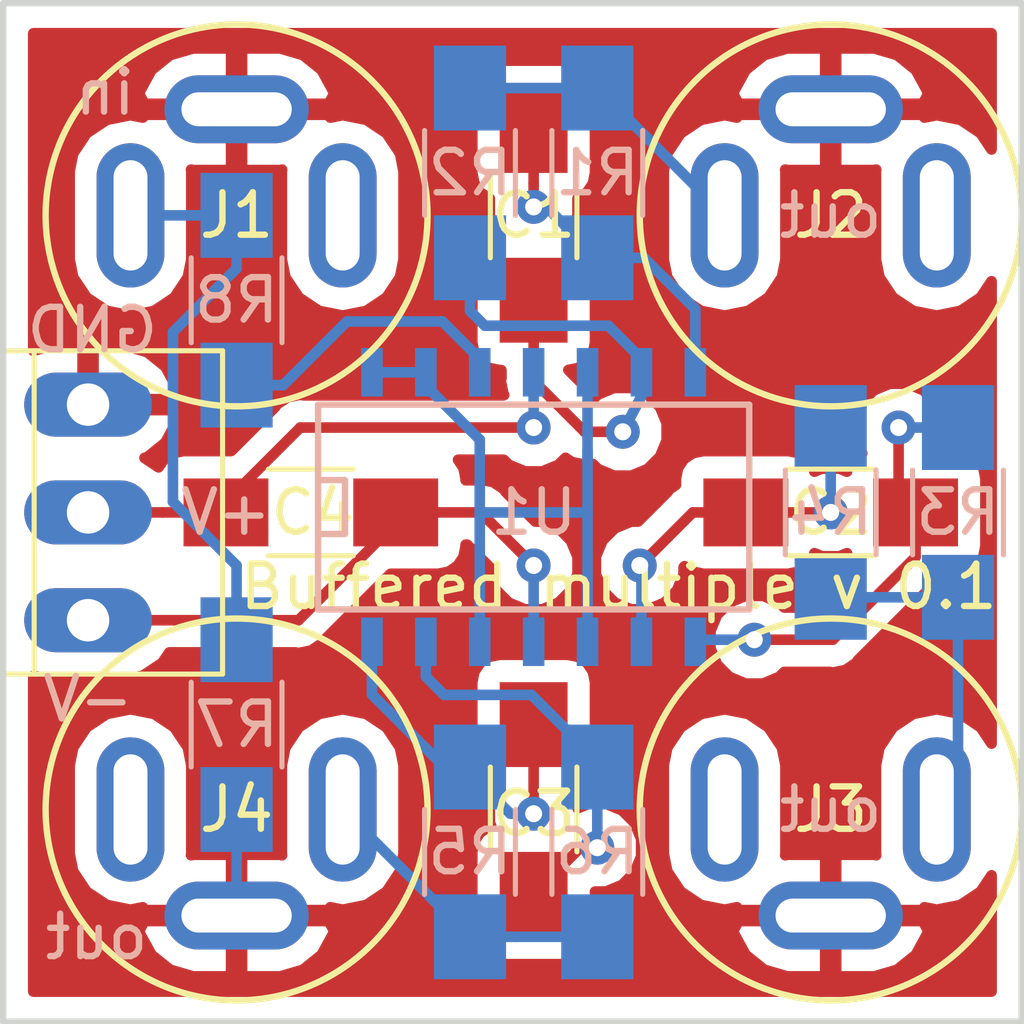
<source format=kicad_pcb>
(kicad_pcb (version 20171130) (host pcbnew 5.0.2-bee76a0~70~ubuntu18.04.1)

  (general
    (thickness 1.6)
    (drawings 12)
    (tracks 102)
    (zones 0)
    (modules 18)
    (nets 20)
  )

  (page A4)
  (layers
    (0 F.Cu signal hide)
    (31 B.Cu signal)
    (32 B.Adhes user)
    (33 F.Adhes user)
    (34 B.Paste user)
    (35 F.Paste user)
    (36 B.SilkS user)
    (37 F.SilkS user)
    (38 B.Mask user)
    (39 F.Mask user)
    (40 Dwgs.User user)
    (41 Cmts.User user)
    (42 Eco1.User user)
    (43 Eco2.User user)
    (44 Edge.Cuts user)
    (45 Margin user)
    (46 B.CrtYd user)
    (47 F.CrtYd user)
    (48 B.Fab user hide)
    (49 F.Fab user hide)
  )

  (setup
    (last_trace_width 0.25)
    (trace_clearance 0.2)
    (zone_clearance 0.508)
    (zone_45_only no)
    (trace_min 0.2)
    (segment_width 0.2)
    (edge_width 0.15)
    (via_size 0.8)
    (via_drill 0.4)
    (via_min_size 0.4)
    (via_min_drill 0.3)
    (uvia_size 0.3)
    (uvia_drill 0.1)
    (uvias_allowed no)
    (uvia_min_size 0.2)
    (uvia_min_drill 0.1)
    (pcb_text_width 0.3)
    (pcb_text_size 1.5 1.5)
    (mod_edge_width 0.15)
    (mod_text_size 1 1)
    (mod_text_width 0.15)
    (pad_size 1.524 1.524)
    (pad_drill 0.762)
    (pad_to_mask_clearance 0.051)
    (solder_mask_min_width 0.25)
    (aux_axis_origin 0 0)
    (grid_origin 202.5 112.5)
    (visible_elements FFFFFF7F)
    (pcbplotparams
      (layerselection 0x010fc_ffffffff)
      (usegerberextensions false)
      (usegerberattributes false)
      (usegerberadvancedattributes false)
      (creategerberjobfile false)
      (excludeedgelayer true)
      (linewidth 0.100000)
      (plotframeref false)
      (viasonmask false)
      (mode 1)
      (useauxorigin false)
      (hpglpennumber 1)
      (hpglpenspeed 20)
      (hpglpendiameter 15.000000)
      (psnegative false)
      (psa4output false)
      (plotreference true)
      (plotvalue true)
      (plotinvisibletext false)
      (padsonsilk false)
      (subtractmaskfromsilk false)
      (outputformat 1)
      (mirror false)
      (drillshape 1)
      (scaleselection 1)
      (outputdirectory ""))
  )

  (net 0 "")
  (net 1 "Net-(C1-Pad1)")
  (net 2 "Net-(C1-Pad2)")
  (net 3 "Net-(C2-Pad2)")
  (net 4 "Net-(C2-Pad1)")
  (net 5 "Net-(C3-Pad2)")
  (net 6 "Net-(C3-Pad1)")
  (net 7 GND)
  (net 8 +12V)
  (net 9 -12V)
  (net 10 output_1)
  (net 11 output_2)
  (net 12 output_3)
  (net 13 "Net-(U1-Pad1)")
  (net 14 "Net-(J1-PadR)")
  (net 15 "Net-(J2-PadR)")
  (net 16 "Net-(J3-PadR)")
  (net 17 "Net-(J4-PadR)")
  (net 18 "Net-(J1-PadT)")
  (net 19 "Net-(R8-Pad1)")

  (net_class Default "This is the default net class."
    (clearance 0.2)
    (trace_width 0.25)
    (via_dia 0.8)
    (via_drill 0.4)
    (uvia_dia 0.3)
    (uvia_drill 0.1)
    (add_net +12V)
    (add_net -12V)
    (add_net GND)
    (add_net "Net-(C1-Pad1)")
    (add_net "Net-(C1-Pad2)")
    (add_net "Net-(C2-Pad1)")
    (add_net "Net-(C2-Pad2)")
    (add_net "Net-(C3-Pad1)")
    (add_net "Net-(C3-Pad2)")
    (add_net "Net-(J1-PadR)")
    (add_net "Net-(J1-PadT)")
    (add_net "Net-(J2-PadR)")
    (add_net "Net-(J3-PadR)")
    (add_net "Net-(J4-PadR)")
    (add_net "Net-(R8-Pad1)")
    (add_net "Net-(U1-Pad1)")
    (add_net output_1)
    (add_net output_2)
    (add_net output_3)
  )

  (module Connect:PINHEAD1-3 (layer F.Cu) (tedit 5C5B16E8) (tstamp 5C40BF3B)
    (at 192 115.04 90)
    (path /5C084369)
    (fp_text reference J5 (at 2.59 -3.8 90) (layer F.SilkS) hide
      (effects (font (size 1 1) (thickness 0.15)))
    )
    (fp_text value power_supply (at 2.54 3.81 90) (layer F.Fab)
      (effects (font (size 1 1) (thickness 0.15)))
    )
    (fp_line (start -1.27 -3.17) (end -1.27 3.17) (layer F.SilkS) (width 0.12))
    (fp_line (start 6.35 -3.17) (end 6.35 3.17) (layer F.SilkS) (width 0.12))
    (fp_line (start 6.35 -1.27) (end -1.27 -1.27) (layer F.SilkS) (width 0.12))
    (fp_line (start -1.27 -3.17) (end 6.35 -3.17) (layer F.SilkS) (width 0.12))
    (fp_line (start 6.35 3.17) (end -1.27 3.17) (layer F.SilkS) (width 0.12))
    (fp_line (start -1.52 -3.42) (end 6.6 -3.42) (layer F.CrtYd) (width 0.05))
    (fp_line (start -1.52 -3.42) (end -1.52 3.42) (layer F.CrtYd) (width 0.05))
    (fp_line (start 6.6 3.42) (end 6.6 -3.42) (layer F.CrtYd) (width 0.05))
    (fp_line (start 6.6 3.42) (end -1.52 3.42) (layer F.CrtYd) (width 0.05))
    (pad 1 thru_hole oval (at 0 0 90) (size 1.51 3.01) (drill 1) (layers *.Cu *.Mask)
      (net 9 -12V))
    (pad 2 thru_hole oval (at 2.54 0 90) (size 1.51 3.01) (drill 1) (layers *.Cu *.Mask)
      (net 8 +12V))
    (pad 3 thru_hole oval (at 5.08 0 90) (size 1.51 3.01) (drill 1) (layers *.Cu *.Mask)
      (net 7 GND))
  )

  (module SMD_Packages:SOIC-14_N (layer B.Cu) (tedit 0) (tstamp 5C40BFBA)
    (at 202.5 112.5)
    (descr "Module CMS SOJ 14 pins Large")
    (tags "CMS SOJ")
    (path /5C3F9C9F)
    (attr smd)
    (fp_text reference U1 (at 0 0) (layer B.SilkS)
      (effects (font (size 1 1) (thickness 0.15)) (justify mirror))
    )
    (fp_text value TL074 (at 0 -1.27) (layer B.Fab)
      (effects (font (size 1 1) (thickness 0.15)) (justify mirror))
    )
    (fp_line (start 5.08 2.286) (end 5.08 -2.54) (layer B.SilkS) (width 0.15))
    (fp_line (start 5.08 -2.54) (end -5.08 -2.54) (layer B.SilkS) (width 0.15))
    (fp_line (start -5.08 -2.54) (end -5.08 2.286) (layer B.SilkS) (width 0.15))
    (fp_line (start -5.08 2.286) (end 5.08 2.286) (layer B.SilkS) (width 0.15))
    (fp_line (start -5.08 0.508) (end -4.445 0.508) (layer B.SilkS) (width 0.15))
    (fp_line (start -4.445 0.508) (end -4.445 -0.762) (layer B.SilkS) (width 0.15))
    (fp_line (start -4.445 -0.762) (end -5.08 -0.762) (layer B.SilkS) (width 0.15))
    (pad 1 smd rect (at -3.81 -3.302) (size 0.508 1.143) (layers B.Cu B.Paste B.Mask)
      (net 13 "Net-(U1-Pad1)"))
    (pad 2 smd rect (at -2.54 -3.302) (size 0.508 1.143) (layers B.Cu B.Paste B.Mask)
      (net 13 "Net-(U1-Pad1)"))
    (pad 3 smd rect (at -1.27 -3.302) (size 0.508 1.143) (layers B.Cu B.Paste B.Mask)
      (net 19 "Net-(R8-Pad1)"))
    (pad 4 smd rect (at 0 -3.302) (size 0.508 1.143) (layers B.Cu B.Paste B.Mask)
      (net 8 +12V))
    (pad 5 smd rect (at 1.27 -3.302) (size 0.508 1.143) (layers B.Cu B.Paste B.Mask)
      (net 13 "Net-(U1-Pad1)"))
    (pad 6 smd rect (at 2.54 -3.302) (size 0.508 1.143) (layers B.Cu B.Paste B.Mask)
      (net 2 "Net-(C1-Pad2)"))
    (pad 7 smd rect (at 3.81 -3.302) (size 0.508 1.143) (layers B.Cu B.Paste B.Mask)
      (net 1 "Net-(C1-Pad1)"))
    (pad 8 smd rect (at 3.81 3.048) (size 0.508 1.143) (layers B.Cu B.Paste B.Mask)
      (net 4 "Net-(C2-Pad1)"))
    (pad 9 smd rect (at 2.54 3.048) (size 0.508 1.143) (layers B.Cu B.Paste B.Mask)
      (net 3 "Net-(C2-Pad2)"))
    (pad 11 smd rect (at 0 3.048) (size 0.508 1.143) (layers B.Cu B.Paste B.Mask)
      (net 9 -12V))
    (pad 12 smd rect (at -1.27 3.048) (size 0.508 1.143) (layers B.Cu B.Paste B.Mask)
      (net 13 "Net-(U1-Pad1)"))
    (pad 13 smd rect (at -2.54 3.048) (size 0.508 1.143) (layers B.Cu B.Paste B.Mask)
      (net 5 "Net-(C3-Pad2)"))
    (pad 14 smd rect (at -3.81 3.048) (size 0.508 1.143) (layers B.Cu B.Paste B.Mask)
      (net 6 "Net-(C3-Pad1)"))
    (pad 10 smd rect (at 1.27 3.048) (size 0.508 1.143) (layers B.Cu B.Paste B.Mask)
      (net 13 "Net-(U1-Pad1)"))
    (model SMD_Packages.3dshapes/SOIC-14_N.wrl
      (at (xyz 0 0 0))
      (scale (xyz 0.5 0.4 0.5))
      (rotate (xyz 0 0 0))
    )
  )

  (module Capacitors_SMD:C_1206_HandSoldering (layer F.Cu) (tedit 58AA84D1) (tstamp 5C40DDCE)
    (at 202.5 105.5 270)
    (descr "Capacitor SMD 1206, hand soldering")
    (tags "capacitor 1206")
    (path /5BF41561)
    (attr smd)
    (fp_text reference C1 (at 0 0) (layer F.SilkS)
      (effects (font (size 1 1) (thickness 0.15)))
    )
    (fp_text value 100pF (at 0 2 270) (layer F.Fab)
      (effects (font (size 1 1) (thickness 0.15)))
    )
    (fp_text user %R (at 0 -1.75 270) (layer F.Fab)
      (effects (font (size 1 1) (thickness 0.15)))
    )
    (fp_line (start -1.6 0.8) (end -1.6 -0.8) (layer F.Fab) (width 0.1))
    (fp_line (start 1.6 0.8) (end -1.6 0.8) (layer F.Fab) (width 0.1))
    (fp_line (start 1.6 -0.8) (end 1.6 0.8) (layer F.Fab) (width 0.1))
    (fp_line (start -1.6 -0.8) (end 1.6 -0.8) (layer F.Fab) (width 0.1))
    (fp_line (start 1 -1.02) (end -1 -1.02) (layer F.SilkS) (width 0.12))
    (fp_line (start -1 1.02) (end 1 1.02) (layer F.SilkS) (width 0.12))
    (fp_line (start -3.25 -1.05) (end 3.25 -1.05) (layer F.CrtYd) (width 0.05))
    (fp_line (start -3.25 -1.05) (end -3.25 1.05) (layer F.CrtYd) (width 0.05))
    (fp_line (start 3.25 1.05) (end 3.25 -1.05) (layer F.CrtYd) (width 0.05))
    (fp_line (start 3.25 1.05) (end -3.25 1.05) (layer F.CrtYd) (width 0.05))
    (pad 1 smd rect (at -2 0 270) (size 2 1.6) (layers F.Cu F.Paste F.Mask)
      (net 1 "Net-(C1-Pad1)"))
    (pad 2 smd rect (at 2 0 270) (size 2 1.6) (layers F.Cu F.Paste F.Mask)
      (net 2 "Net-(C1-Pad2)"))
    (model Capacitors_SMD.3dshapes/C_1206.wrl
      (at (xyz 0 0 0))
      (scale (xyz 1 1 1))
      (rotate (xyz 0 0 0))
    )
  )

  (module Capacitors_SMD:C_1206_HandSoldering (layer F.Cu) (tedit 58AA84D1) (tstamp 5C40DDDE)
    (at 209.5 112.5 180)
    (descr "Capacitor SMD 1206, hand soldering")
    (tags "capacitor 1206")
    (path /5BF3FCB0)
    (attr smd)
    (fp_text reference C2 (at 0 0 180) (layer F.SilkS)
      (effects (font (size 1 1) (thickness 0.15)))
    )
    (fp_text value 100pF (at 0 2 180) (layer F.Fab)
      (effects (font (size 1 1) (thickness 0.15)))
    )
    (fp_text user %R (at 0 -1.75 180) (layer F.Fab)
      (effects (font (size 1 1) (thickness 0.15)))
    )
    (fp_line (start -1.6 0.8) (end -1.6 -0.8) (layer F.Fab) (width 0.1))
    (fp_line (start 1.6 0.8) (end -1.6 0.8) (layer F.Fab) (width 0.1))
    (fp_line (start 1.6 -0.8) (end 1.6 0.8) (layer F.Fab) (width 0.1))
    (fp_line (start -1.6 -0.8) (end 1.6 -0.8) (layer F.Fab) (width 0.1))
    (fp_line (start 1 -1.02) (end -1 -1.02) (layer F.SilkS) (width 0.12))
    (fp_line (start -1 1.02) (end 1 1.02) (layer F.SilkS) (width 0.12))
    (fp_line (start -3.25 -1.05) (end 3.25 -1.05) (layer F.CrtYd) (width 0.05))
    (fp_line (start -3.25 -1.05) (end -3.25 1.05) (layer F.CrtYd) (width 0.05))
    (fp_line (start 3.25 1.05) (end 3.25 -1.05) (layer F.CrtYd) (width 0.05))
    (fp_line (start 3.25 1.05) (end -3.25 1.05) (layer F.CrtYd) (width 0.05))
    (pad 1 smd rect (at -2 0 180) (size 2 1.6) (layers F.Cu F.Paste F.Mask)
      (net 4 "Net-(C2-Pad1)"))
    (pad 2 smd rect (at 2 0 180) (size 2 1.6) (layers F.Cu F.Paste F.Mask)
      (net 3 "Net-(C2-Pad2)"))
    (model Capacitors_SMD.3dshapes/C_1206.wrl
      (at (xyz 0 0 0))
      (scale (xyz 1 1 1))
      (rotate (xyz 0 0 0))
    )
  )

  (module Capacitors_SMD:C_1206_HandSoldering (layer F.Cu) (tedit 58AA84D1) (tstamp 5C5C02A6)
    (at 202.5 119.5 270)
    (descr "Capacitor SMD 1206, hand soldering")
    (tags "capacitor 1206")
    (path /5BF43D21)
    (attr smd)
    (fp_text reference C3 (at 0.1 0) (layer F.SilkS)
      (effects (font (size 1 1) (thickness 0.15)))
    )
    (fp_text value 100pF (at 0 2 270) (layer F.Fab)
      (effects (font (size 1 1) (thickness 0.15)))
    )
    (fp_text user %R (at 0 -1.75 270) (layer F.Fab)
      (effects (font (size 1 1) (thickness 0.15)))
    )
    (fp_line (start -1.6 0.8) (end -1.6 -0.8) (layer F.Fab) (width 0.1))
    (fp_line (start 1.6 0.8) (end -1.6 0.8) (layer F.Fab) (width 0.1))
    (fp_line (start 1.6 -0.8) (end 1.6 0.8) (layer F.Fab) (width 0.1))
    (fp_line (start -1.6 -0.8) (end 1.6 -0.8) (layer F.Fab) (width 0.1))
    (fp_line (start 1 -1.02) (end -1 -1.02) (layer F.SilkS) (width 0.12))
    (fp_line (start -1 1.02) (end 1 1.02) (layer F.SilkS) (width 0.12))
    (fp_line (start -3.25 -1.05) (end 3.25 -1.05) (layer F.CrtYd) (width 0.05))
    (fp_line (start -3.25 -1.05) (end -3.25 1.05) (layer F.CrtYd) (width 0.05))
    (fp_line (start 3.25 1.05) (end 3.25 -1.05) (layer F.CrtYd) (width 0.05))
    (fp_line (start 3.25 1.05) (end -3.25 1.05) (layer F.CrtYd) (width 0.05))
    (pad 1 smd rect (at -2 0 270) (size 2 1.6) (layers F.Cu F.Paste F.Mask)
      (net 6 "Net-(C3-Pad1)"))
    (pad 2 smd rect (at 2 0 270) (size 2 1.6) (layers F.Cu F.Paste F.Mask)
      (net 5 "Net-(C3-Pad2)"))
    (model Capacitors_SMD.3dshapes/C_1206.wrl
      (at (xyz 0 0 0))
      (scale (xyz 1 1 1))
      (rotate (xyz 0 0 0))
    )
  )

  (module Resistors_SMD:R_1206_HandSoldering (layer B.Cu) (tedit 58E0A804) (tstamp 5C40DDFE)
    (at 204 104.5 90)
    (descr "Resistor SMD 1206, hand soldering")
    (tags "resistor 1206")
    (path /5BF41556)
    (attr smd)
    (fp_text reference R1 (at 0 0 180) (layer B.SilkS)
      (effects (font (size 1 1) (thickness 0.15)) (justify mirror))
    )
    (fp_text value 220 (at 0 -1.9 90) (layer B.Fab)
      (effects (font (size 1 1) (thickness 0.15)) (justify mirror))
    )
    (fp_text user %R (at 0 0 90) (layer B.Fab)
      (effects (font (size 0.7 0.7) (thickness 0.105)) (justify mirror))
    )
    (fp_line (start -1.6 -0.8) (end -1.6 0.8) (layer B.Fab) (width 0.1))
    (fp_line (start 1.6 -0.8) (end -1.6 -0.8) (layer B.Fab) (width 0.1))
    (fp_line (start 1.6 0.8) (end 1.6 -0.8) (layer B.Fab) (width 0.1))
    (fp_line (start -1.6 0.8) (end 1.6 0.8) (layer B.Fab) (width 0.1))
    (fp_line (start 1 -1.07) (end -1 -1.07) (layer B.SilkS) (width 0.12))
    (fp_line (start -1 1.07) (end 1 1.07) (layer B.SilkS) (width 0.12))
    (fp_line (start -3.25 1.11) (end 3.25 1.11) (layer B.CrtYd) (width 0.05))
    (fp_line (start -3.25 1.11) (end -3.25 -1.1) (layer B.CrtYd) (width 0.05))
    (fp_line (start 3.25 -1.1) (end 3.25 1.11) (layer B.CrtYd) (width 0.05))
    (fp_line (start 3.25 -1.1) (end -3.25 -1.1) (layer B.CrtYd) (width 0.05))
    (pad 1 smd rect (at -2 0 90) (size 2 1.7) (layers B.Cu B.Paste B.Mask)
      (net 1 "Net-(C1-Pad1)"))
    (pad 2 smd rect (at 2 0 90) (size 2 1.7) (layers B.Cu B.Paste B.Mask)
      (net 10 output_1))
    (model ${KISYS3DMOD}/Resistors_SMD.3dshapes/R_1206.wrl
      (at (xyz 0 0 0))
      (scale (xyz 1 1 1))
      (rotate (xyz 0 0 0))
    )
  )

  (module Resistors_SMD:R_1206_HandSoldering (layer B.Cu) (tedit 58E0A804) (tstamp 5C40DE0E)
    (at 201 104.5 270)
    (descr "Resistor SMD 1206, hand soldering")
    (tags "resistor 1206")
    (path /5BF4156D)
    (attr smd)
    (fp_text reference R2 (at 0 0) (layer B.SilkS)
      (effects (font (size 1 1) (thickness 0.15)) (justify mirror))
    )
    (fp_text value 4.7K (at 0 -1.9 270) (layer B.Fab)
      (effects (font (size 1 1) (thickness 0.15)) (justify mirror))
    )
    (fp_text user %R (at 0 0 270) (layer B.Fab)
      (effects (font (size 0.7 0.7) (thickness 0.105)) (justify mirror))
    )
    (fp_line (start -1.6 -0.8) (end -1.6 0.8) (layer B.Fab) (width 0.1))
    (fp_line (start 1.6 -0.8) (end -1.6 -0.8) (layer B.Fab) (width 0.1))
    (fp_line (start 1.6 0.8) (end 1.6 -0.8) (layer B.Fab) (width 0.1))
    (fp_line (start -1.6 0.8) (end 1.6 0.8) (layer B.Fab) (width 0.1))
    (fp_line (start 1 -1.07) (end -1 -1.07) (layer B.SilkS) (width 0.12))
    (fp_line (start -1 1.07) (end 1 1.07) (layer B.SilkS) (width 0.12))
    (fp_line (start -3.25 1.11) (end 3.25 1.11) (layer B.CrtYd) (width 0.05))
    (fp_line (start -3.25 1.11) (end -3.25 -1.1) (layer B.CrtYd) (width 0.05))
    (fp_line (start 3.25 -1.1) (end 3.25 1.11) (layer B.CrtYd) (width 0.05))
    (fp_line (start 3.25 -1.1) (end -3.25 -1.1) (layer B.CrtYd) (width 0.05))
    (pad 1 smd rect (at -2 0 270) (size 2 1.7) (layers B.Cu B.Paste B.Mask)
      (net 10 output_1))
    (pad 2 smd rect (at 2 0 270) (size 2 1.7) (layers B.Cu B.Paste B.Mask)
      (net 2 "Net-(C1-Pad2)"))
    (model ${KISYS3DMOD}/Resistors_SMD.3dshapes/R_1206.wrl
      (at (xyz 0 0 0))
      (scale (xyz 1 1 1))
      (rotate (xyz 0 0 0))
    )
  )

  (module Resistors_SMD:R_1206_HandSoldering (layer B.Cu) (tedit 58E0A804) (tstamp 5C40DE1E)
    (at 212.5 112.5 270)
    (descr "Resistor SMD 1206, hand soldering")
    (tags "resistor 1206")
    (path /5BF3FAE3)
    (attr smd)
    (fp_text reference R3 (at 0 0) (layer B.SilkS)
      (effects (font (size 1 1) (thickness 0.15)) (justify mirror))
    )
    (fp_text value 220 (at 0 -1.9 270) (layer B.Fab)
      (effects (font (size 1 1) (thickness 0.15)) (justify mirror))
    )
    (fp_text user %R (at 0 0 270) (layer B.Fab)
      (effects (font (size 0.7 0.7) (thickness 0.105)) (justify mirror))
    )
    (fp_line (start -1.6 -0.8) (end -1.6 0.8) (layer B.Fab) (width 0.1))
    (fp_line (start 1.6 -0.8) (end -1.6 -0.8) (layer B.Fab) (width 0.1))
    (fp_line (start 1.6 0.8) (end 1.6 -0.8) (layer B.Fab) (width 0.1))
    (fp_line (start -1.6 0.8) (end 1.6 0.8) (layer B.Fab) (width 0.1))
    (fp_line (start 1 -1.07) (end -1 -1.07) (layer B.SilkS) (width 0.12))
    (fp_line (start -1 1.07) (end 1 1.07) (layer B.SilkS) (width 0.12))
    (fp_line (start -3.25 1.11) (end 3.25 1.11) (layer B.CrtYd) (width 0.05))
    (fp_line (start -3.25 1.11) (end -3.25 -1.1) (layer B.CrtYd) (width 0.05))
    (fp_line (start 3.25 -1.1) (end 3.25 1.11) (layer B.CrtYd) (width 0.05))
    (fp_line (start 3.25 -1.1) (end -3.25 -1.1) (layer B.CrtYd) (width 0.05))
    (pad 1 smd rect (at -2 0 270) (size 2 1.7) (layers B.Cu B.Paste B.Mask)
      (net 4 "Net-(C2-Pad1)"))
    (pad 2 smd rect (at 2 0 270) (size 2 1.7) (layers B.Cu B.Paste B.Mask)
      (net 11 output_2))
    (model ${KISYS3DMOD}/Resistors_SMD.3dshapes/R_1206.wrl
      (at (xyz 0 0 0))
      (scale (xyz 1 1 1))
      (rotate (xyz 0 0 0))
    )
  )

  (module Resistors_SMD:R_1206_HandSoldering (layer B.Cu) (tedit 58E0A804) (tstamp 5C40DE2E)
    (at 209.5 112.5 90)
    (descr "Resistor SMD 1206, hand soldering")
    (tags "resistor 1206")
    (path /5BF3FF79)
    (attr smd)
    (fp_text reference R4 (at 0 0 180) (layer B.SilkS)
      (effects (font (size 1 1) (thickness 0.15)) (justify mirror))
    )
    (fp_text value 4.7K (at 0 -1.9 90) (layer B.Fab)
      (effects (font (size 1 1) (thickness 0.15)) (justify mirror))
    )
    (fp_text user %R (at 0 0 90) (layer B.Fab)
      (effects (font (size 0.7 0.7) (thickness 0.105)) (justify mirror))
    )
    (fp_line (start -1.6 -0.8) (end -1.6 0.8) (layer B.Fab) (width 0.1))
    (fp_line (start 1.6 -0.8) (end -1.6 -0.8) (layer B.Fab) (width 0.1))
    (fp_line (start 1.6 0.8) (end 1.6 -0.8) (layer B.Fab) (width 0.1))
    (fp_line (start -1.6 0.8) (end 1.6 0.8) (layer B.Fab) (width 0.1))
    (fp_line (start 1 -1.07) (end -1 -1.07) (layer B.SilkS) (width 0.12))
    (fp_line (start -1 1.07) (end 1 1.07) (layer B.SilkS) (width 0.12))
    (fp_line (start -3.25 1.11) (end 3.25 1.11) (layer B.CrtYd) (width 0.05))
    (fp_line (start -3.25 1.11) (end -3.25 -1.1) (layer B.CrtYd) (width 0.05))
    (fp_line (start 3.25 -1.1) (end 3.25 1.11) (layer B.CrtYd) (width 0.05))
    (fp_line (start 3.25 -1.1) (end -3.25 -1.1) (layer B.CrtYd) (width 0.05))
    (pad 1 smd rect (at -2 0 90) (size 2 1.7) (layers B.Cu B.Paste B.Mask)
      (net 11 output_2))
    (pad 2 smd rect (at 2 0 90) (size 2 1.7) (layers B.Cu B.Paste B.Mask)
      (net 3 "Net-(C2-Pad2)"))
    (model ${KISYS3DMOD}/Resistors_SMD.3dshapes/R_1206.wrl
      (at (xyz 0 0 0))
      (scale (xyz 1 1 1))
      (rotate (xyz 0 0 0))
    )
  )

  (module Resistors_SMD:R_1206_HandSoldering (layer B.Cu) (tedit 58E0A804) (tstamp 5C5C099C)
    (at 201 120.5 270)
    (descr "Resistor SMD 1206, hand soldering")
    (tags "resistor 1206")
    (path /5BF43D16)
    (attr smd)
    (fp_text reference R5 (at 0 0 180) (layer B.SilkS)
      (effects (font (size 1 1) (thickness 0.15)) (justify mirror))
    )
    (fp_text value 220 (at 0 -1.9 270) (layer B.Fab)
      (effects (font (size 1 1) (thickness 0.15)) (justify mirror))
    )
    (fp_text user %R (at 0 0 270) (layer B.Fab)
      (effects (font (size 0.7 0.7) (thickness 0.105)) (justify mirror))
    )
    (fp_line (start -1.6 -0.8) (end -1.6 0.8) (layer B.Fab) (width 0.1))
    (fp_line (start 1.6 -0.8) (end -1.6 -0.8) (layer B.Fab) (width 0.1))
    (fp_line (start 1.6 0.8) (end 1.6 -0.8) (layer B.Fab) (width 0.1))
    (fp_line (start -1.6 0.8) (end 1.6 0.8) (layer B.Fab) (width 0.1))
    (fp_line (start 1 -1.07) (end -1 -1.07) (layer B.SilkS) (width 0.12))
    (fp_line (start -1 1.07) (end 1 1.07) (layer B.SilkS) (width 0.12))
    (fp_line (start -3.25 1.11) (end 3.25 1.11) (layer B.CrtYd) (width 0.05))
    (fp_line (start -3.25 1.11) (end -3.25 -1.1) (layer B.CrtYd) (width 0.05))
    (fp_line (start 3.25 -1.1) (end 3.25 1.11) (layer B.CrtYd) (width 0.05))
    (fp_line (start 3.25 -1.1) (end -3.25 -1.1) (layer B.CrtYd) (width 0.05))
    (pad 1 smd rect (at -2 0 270) (size 2 1.7) (layers B.Cu B.Paste B.Mask)
      (net 6 "Net-(C3-Pad1)"))
    (pad 2 smd rect (at 2 0 270) (size 2 1.7) (layers B.Cu B.Paste B.Mask)
      (net 12 output_3))
    (model ${KISYS3DMOD}/Resistors_SMD.3dshapes/R_1206.wrl
      (at (xyz 0 0 0))
      (scale (xyz 1 1 1))
      (rotate (xyz 0 0 0))
    )
  )

  (module Resistors_SMD:R_1206_HandSoldering (layer B.Cu) (tedit 58E0A804) (tstamp 5C40DE4E)
    (at 204 120.5 90)
    (descr "Resistor SMD 1206, hand soldering")
    (tags "resistor 1206")
    (path /5BF43D2D)
    (attr smd)
    (fp_text reference R6 (at 0 0 180) (layer B.SilkS)
      (effects (font (size 1 1) (thickness 0.15)) (justify mirror))
    )
    (fp_text value 4.7K (at 0 -1.9 90) (layer B.Fab)
      (effects (font (size 1 1) (thickness 0.15)) (justify mirror))
    )
    (fp_text user %R (at 0 0 90) (layer B.Fab)
      (effects (font (size 0.7 0.7) (thickness 0.105)) (justify mirror))
    )
    (fp_line (start -1.6 -0.8) (end -1.6 0.8) (layer B.Fab) (width 0.1))
    (fp_line (start 1.6 -0.8) (end -1.6 -0.8) (layer B.Fab) (width 0.1))
    (fp_line (start 1.6 0.8) (end 1.6 -0.8) (layer B.Fab) (width 0.1))
    (fp_line (start -1.6 0.8) (end 1.6 0.8) (layer B.Fab) (width 0.1))
    (fp_line (start 1 -1.07) (end -1 -1.07) (layer B.SilkS) (width 0.12))
    (fp_line (start -1 1.07) (end 1 1.07) (layer B.SilkS) (width 0.12))
    (fp_line (start -3.25 1.11) (end 3.25 1.11) (layer B.CrtYd) (width 0.05))
    (fp_line (start -3.25 1.11) (end -3.25 -1.1) (layer B.CrtYd) (width 0.05))
    (fp_line (start 3.25 -1.1) (end 3.25 1.11) (layer B.CrtYd) (width 0.05))
    (fp_line (start 3.25 -1.1) (end -3.25 -1.1) (layer B.CrtYd) (width 0.05))
    (pad 1 smd rect (at -2 0 90) (size 2 1.7) (layers B.Cu B.Paste B.Mask)
      (net 12 output_3))
    (pad 2 smd rect (at 2 0 90) (size 2 1.7) (layers B.Cu B.Paste B.Mask)
      (net 5 "Net-(C3-Pad2)"))
    (model ${KISYS3DMOD}/Resistors_SMD.3dshapes/R_1206.wrl
      (at (xyz 0 0 0))
      (scale (xyz 1 1 1))
      (rotate (xyz 0 0 0))
    )
  )

  (module eurorack:PJ392-3.5mm-jack-vertical-SRT (layer F.Cu) (tedit 5C4104DB) (tstamp 5C4125D8)
    (at 195.5 105.5)
    (path /5C439286)
    (fp_text reference J1 (at 0 0) (layer F.SilkS)
      (effects (font (size 1 1) (thickness 0.15)))
    )
    (fp_text value InputJack1 (at 0 6) (layer F.Fab)
      (effects (font (size 1 1) (thickness 0.15)))
    )
    (fp_circle (center 0 0) (end 4 0) (layer F.Fab) (width 0.15))
    (fp_circle (center 0 0) (end 4.5 0) (layer F.SilkS) (width 0.15))
    (fp_circle (center 0 0) (end 4.5 0) (layer F.CrtYd) (width 0.15))
    (pad T thru_hole oval (at -2.5 0 270) (size 3.4 1.6) (drill oval 2.6 0.8) (layers *.Cu *.Mask)
      (net 18 "Net-(J1-PadT)"))
    (pad R thru_hole oval (at 2.5 0 90) (size 3.4 1.6) (drill oval 2.6 0.8) (layers *.Cu *.Mask)
      (net 14 "Net-(J1-PadR)"))
    (pad S thru_hole oval (at 0 -2.5) (size 3.4 1.6) (drill oval 2.6 0.8) (layers *.Cu *.Mask)
      (net 7 GND))
  )

  (module eurorack:PJ392-3.5mm-jack-vertical-SRT (layer F.Cu) (tedit 5C4104DB) (tstamp 5C4125E1)
    (at 209.5 105.5)
    (path /5C42FF16)
    (fp_text reference J2 (at 0 0) (layer F.SilkS)
      (effects (font (size 1 1) (thickness 0.15)))
    )
    (fp_text value OutputJack1 (at 0 6) (layer F.Fab)
      (effects (font (size 1 1) (thickness 0.15)))
    )
    (fp_circle (center 0 0) (end 4 0) (layer F.Fab) (width 0.15))
    (fp_circle (center 0 0) (end 4.5 0) (layer F.SilkS) (width 0.15))
    (fp_circle (center 0 0) (end 4.5 0) (layer F.CrtYd) (width 0.15))
    (pad T thru_hole oval (at -2.5 0 270) (size 3.4 1.6) (drill oval 2.6 0.8) (layers *.Cu *.Mask)
      (net 10 output_1))
    (pad R thru_hole oval (at 2.5 0 90) (size 3.4 1.6) (drill oval 2.6 0.8) (layers *.Cu *.Mask)
      (net 15 "Net-(J2-PadR)"))
    (pad S thru_hole oval (at 0 -2.5) (size 3.4 1.6) (drill oval 2.6 0.8) (layers *.Cu *.Mask)
      (net 7 GND))
  )

  (module eurorack:PJ392-3.5mm-jack-vertical-SRT (layer F.Cu) (tedit 5C4104DB) (tstamp 5C4125EA)
    (at 209.5 119.5 180)
    (path /5C439125)
    (fp_text reference J3 (at 0 0 180) (layer F.SilkS)
      (effects (font (size 1 1) (thickness 0.15)))
    )
    (fp_text value OutputJack2 (at 0 6 180) (layer F.Fab)
      (effects (font (size 1 1) (thickness 0.15)))
    )
    (fp_circle (center 0 0) (end 4 0) (layer F.Fab) (width 0.15))
    (fp_circle (center 0 0) (end 4.5 0) (layer F.SilkS) (width 0.15))
    (fp_circle (center 0 0) (end 4.5 0) (layer F.CrtYd) (width 0.15))
    (pad T thru_hole oval (at -2.5 0 90) (size 3.4 1.6) (drill oval 2.6 0.8) (layers *.Cu *.Mask)
      (net 11 output_2))
    (pad R thru_hole oval (at 2.5 0 270) (size 3.4 1.6) (drill oval 2.6 0.8) (layers *.Cu *.Mask)
      (net 16 "Net-(J3-PadR)"))
    (pad S thru_hole oval (at 0 -2.5 180) (size 3.4 1.6) (drill oval 2.6 0.8) (layers *.Cu *.Mask)
      (net 7 GND))
  )

  (module eurorack:PJ392-3.5mm-jack-vertical-SRT (layer F.Cu) (tedit 5C4104DB) (tstamp 5C4125F3)
    (at 195.5 119.5 180)
    (path /5C4391B3)
    (fp_text reference J4 (at 0 0 180) (layer F.SilkS)
      (effects (font (size 1 1) (thickness 0.15)))
    )
    (fp_text value OutputJack3 (at 0 6 180) (layer F.Fab)
      (effects (font (size 1 1) (thickness 0.15)))
    )
    (fp_circle (center 0 0) (end 4 0) (layer F.Fab) (width 0.15))
    (fp_circle (center 0 0) (end 4.5 0) (layer F.SilkS) (width 0.15))
    (fp_circle (center 0 0) (end 4.5 0) (layer F.CrtYd) (width 0.15))
    (pad T thru_hole oval (at -2.5 0 90) (size 3.4 1.6) (drill oval 2.6 0.8) (layers *.Cu *.Mask)
      (net 12 output_3))
    (pad R thru_hole oval (at 2.5 0 270) (size 3.4 1.6) (drill oval 2.6 0.8) (layers *.Cu *.Mask)
      (net 17 "Net-(J4-PadR)"))
    (pad S thru_hole oval (at 0 -2.5 180) (size 3.4 1.6) (drill oval 2.6 0.8) (layers *.Cu *.Mask)
      (net 7 GND))
  )

  (module Capacitors_SMD:C_1206_HandSoldering (layer F.Cu) (tedit 58AA84D1) (tstamp 5C5C1195)
    (at 197.25 112.5)
    (descr "Capacitor SMD 1206, hand soldering")
    (tags "capacitor 1206")
    (path /5C4712A4)
    (attr smd)
    (fp_text reference C4 (at 0.05 0) (layer F.SilkS)
      (effects (font (size 1 1) (thickness 0.15)))
    )
    (fp_text value 100nF (at 0 2) (layer F.Fab)
      (effects (font (size 1 1) (thickness 0.15)))
    )
    (fp_text user %R (at 0 -1.75) (layer F.Fab)
      (effects (font (size 1 1) (thickness 0.15)))
    )
    (fp_line (start -1.6 0.8) (end -1.6 -0.8) (layer F.Fab) (width 0.1))
    (fp_line (start 1.6 0.8) (end -1.6 0.8) (layer F.Fab) (width 0.1))
    (fp_line (start 1.6 -0.8) (end 1.6 0.8) (layer F.Fab) (width 0.1))
    (fp_line (start -1.6 -0.8) (end 1.6 -0.8) (layer F.Fab) (width 0.1))
    (fp_line (start 1 -1.02) (end -1 -1.02) (layer F.SilkS) (width 0.12))
    (fp_line (start -1 1.02) (end 1 1.02) (layer F.SilkS) (width 0.12))
    (fp_line (start -3.25 -1.05) (end 3.25 -1.05) (layer F.CrtYd) (width 0.05))
    (fp_line (start -3.25 -1.05) (end -3.25 1.05) (layer F.CrtYd) (width 0.05))
    (fp_line (start 3.25 1.05) (end 3.25 -1.05) (layer F.CrtYd) (width 0.05))
    (fp_line (start 3.25 1.05) (end -3.25 1.05) (layer F.CrtYd) (width 0.05))
    (pad 1 smd rect (at -2 0) (size 2 1.6) (layers F.Cu F.Paste F.Mask)
      (net 8 +12V))
    (pad 2 smd rect (at 2 0) (size 2 1.6) (layers F.Cu F.Paste F.Mask)
      (net 9 -12V))
    (model Capacitors_SMD.3dshapes/C_1206.wrl
      (at (xyz 0 0 0))
      (scale (xyz 1 1 1))
      (rotate (xyz 0 0 0))
    )
  )

  (module Resistors_SMD:R_1206_HandSoldering (layer B.Cu) (tedit 58E0A804) (tstamp 5C5C38EE)
    (at 195.5 117.5 90)
    (descr "Resistor SMD 1206, hand soldering")
    (tags "resistor 1206")
    (path /5C5CDAA0)
    (attr smd)
    (fp_text reference R7 (at 0 0 180) (layer B.SilkS)
      (effects (font (size 1 1) (thickness 0.15)) (justify mirror))
    )
    (fp_text value 100K (at 0 -1.9 90) (layer B.Fab)
      (effects (font (size 1 1) (thickness 0.15)) (justify mirror))
    )
    (fp_line (start 3.25 -1.1) (end -3.25 -1.1) (layer B.CrtYd) (width 0.05))
    (fp_line (start 3.25 -1.1) (end 3.25 1.11) (layer B.CrtYd) (width 0.05))
    (fp_line (start -3.25 1.11) (end -3.25 -1.1) (layer B.CrtYd) (width 0.05))
    (fp_line (start -3.25 1.11) (end 3.25 1.11) (layer B.CrtYd) (width 0.05))
    (fp_line (start -1 1.07) (end 1 1.07) (layer B.SilkS) (width 0.12))
    (fp_line (start 1 -1.07) (end -1 -1.07) (layer B.SilkS) (width 0.12))
    (fp_line (start -1.6 0.8) (end 1.6 0.8) (layer B.Fab) (width 0.1))
    (fp_line (start 1.6 0.8) (end 1.6 -0.8) (layer B.Fab) (width 0.1))
    (fp_line (start 1.6 -0.8) (end -1.6 -0.8) (layer B.Fab) (width 0.1))
    (fp_line (start -1.6 -0.8) (end -1.6 0.8) (layer B.Fab) (width 0.1))
    (fp_text user %R (at 0 0 90) (layer B.Fab)
      (effects (font (size 0.7 0.7) (thickness 0.105)) (justify mirror))
    )
    (pad 2 smd rect (at 2 0 90) (size 2 1.7) (layers B.Cu B.Paste B.Mask)
      (net 18 "Net-(J1-PadT)"))
    (pad 1 smd rect (at -2 0 90) (size 2 1.7) (layers B.Cu B.Paste B.Mask)
      (net 7 GND))
    (model ${KISYS3DMOD}/Resistors_SMD.3dshapes/R_1206.wrl
      (at (xyz 0 0 0))
      (scale (xyz 1 1 1))
      (rotate (xyz 0 0 0))
    )
  )

  (module Resistors_SMD:R_1206_HandSoldering (layer B.Cu) (tedit 58E0A804) (tstamp 5C5CAC89)
    (at 195.5 107.5 90)
    (descr "Resistor SMD 1206, hand soldering")
    (tags "resistor 1206")
    (path /5C5DAB30)
    (attr smd)
    (fp_text reference R8 (at 0 0 180) (layer B.SilkS)
      (effects (font (size 1 1) (thickness 0.15)) (justify mirror))
    )
    (fp_text value 1K (at 0 -1.9 90) (layer B.Fab)
      (effects (font (size 1 1) (thickness 0.15)) (justify mirror))
    )
    (fp_line (start 3.25 -1.1) (end -3.25 -1.1) (layer B.CrtYd) (width 0.05))
    (fp_line (start 3.25 -1.1) (end 3.25 1.11) (layer B.CrtYd) (width 0.05))
    (fp_line (start -3.25 1.11) (end -3.25 -1.1) (layer B.CrtYd) (width 0.05))
    (fp_line (start -3.25 1.11) (end 3.25 1.11) (layer B.CrtYd) (width 0.05))
    (fp_line (start -1 1.07) (end 1 1.07) (layer B.SilkS) (width 0.12))
    (fp_line (start 1 -1.07) (end -1 -1.07) (layer B.SilkS) (width 0.12))
    (fp_line (start -1.6 0.8) (end 1.6 0.8) (layer B.Fab) (width 0.1))
    (fp_line (start 1.6 0.8) (end 1.6 -0.8) (layer B.Fab) (width 0.1))
    (fp_line (start 1.6 -0.8) (end -1.6 -0.8) (layer B.Fab) (width 0.1))
    (fp_line (start -1.6 -0.8) (end -1.6 0.8) (layer B.Fab) (width 0.1))
    (fp_text user %R (at 0 0 90) (layer B.Fab)
      (effects (font (size 0.7 0.7) (thickness 0.105)) (justify mirror))
    )
    (pad 2 smd rect (at 2 0 90) (size 2 1.7) (layers B.Cu B.Paste B.Mask)
      (net 18 "Net-(J1-PadT)"))
    (pad 1 smd rect (at -2 0 90) (size 2 1.7) (layers B.Cu B.Paste B.Mask)
      (net 19 "Net-(R8-Pad1)"))
    (model ${KISYS3DMOD}/Resistors_SMD.3dshapes/R_1206.wrl
      (at (xyz 0 0 0))
      (scale (xyz 1 1 1))
      (rotate (xyz 0 0 0))
    )
  )

  (gr_text "Buffered multiple v 0.1" (at 204.5 114.25) (layer F.SilkS)
    (effects (font (size 1 1) (thickness 0.15)))
  )
  (gr_text out (at 192.2 122.5) (layer B.SilkS) (tstamp 5C5C0890)
    (effects (font (size 1 1) (thickness 0.15)) (justify mirror))
  )
  (gr_text out (at 209.5 119.5) (layer B.SilkS) (tstamp 5C5C084E)
    (effects (font (size 1 1) (thickness 0.15)) (justify mirror))
  )
  (gr_text out (at 209.5 105.5) (layer B.SilkS) (tstamp 5C5C084A)
    (effects (font (size 1 1) (thickness 0.15)) (justify mirror))
  )
  (gr_text in (at 192.4 102.6) (layer B.SilkS)
    (effects (font (size 1 1) (thickness 0.15)) (justify mirror))
  )
  (gr_line (start 190 100.5) (end 190 124.5) (layer Edge.Cuts) (width 0.15))
  (gr_line (start 214 124.5) (end 190 124.5) (layer Edge.Cuts) (width 0.15))
  (gr_line (start 214 100.5) (end 214 124.5) (layer Edge.Cuts) (width 0.15))
  (gr_line (start 190 100.5) (end 214 100.5) (layer Edge.Cuts) (width 0.15))
  (gr_text -V (at 192 116.9) (layer B.SilkS)
    (effects (font (size 1 1) (thickness 0.15)) (justify mirror))
  )
  (gr_text +V (at 195.25 112.5) (layer B.SilkS)
    (effects (font (size 1 1) (thickness 0.15)) (justify mirror))
  )
  (gr_text GND (at 192.1 108.2) (layer B.SilkS)
    (effects (font (size 1 1) (thickness 0.15)) (justify mirror))
  )

  (segment (start 206.31 108.3765) (end 206.31 109.198) (width 0.25) (layer B.Cu) (net 1))
  (segment (start 206.31 107.71) (end 206.31 108.3765) (width 0.25) (layer B.Cu) (net 1))
  (segment (start 205.1 106.5) (end 206.31 107.71) (width 0.25) (layer B.Cu) (net 1))
  (segment (start 204 106.5) (end 205.1 106.5) (width 0.25) (layer B.Cu) (net 1))
  (segment (start 202.5 103.5) (end 202.5 104.75) (width 0.25) (layer F.Cu) (net 1))
  (via (at 202.5 105.3) (size 0.8) (drill 0.4) (layers F.Cu B.Cu) (net 1))
  (segment (start 202.5 104.75) (end 202.5 105.3) (width 0.25) (layer F.Cu) (net 1))
  (segment (start 202.8 105.3) (end 204 106.5) (width 0.25) (layer B.Cu) (net 1))
  (segment (start 202.5 105.3) (end 202.8 105.3) (width 0.25) (layer B.Cu) (net 1))
  (segment (start 201 107.75) (end 201.35 108.1) (width 0.25) (layer B.Cu) (net 2))
  (segment (start 201 106.5) (end 201 107.75) (width 0.25) (layer B.Cu) (net 2))
  (segment (start 205.04 108.8805) (end 205.04 109.198) (width 0.25) (layer B.Cu) (net 2))
  (segment (start 204.2595 108.1) (end 205.04 108.8805) (width 0.25) (layer B.Cu) (net 2))
  (segment (start 201.35 108.1) (end 204.2595 108.1) (width 0.25) (layer B.Cu) (net 2))
  (segment (start 202.5 109.4) (end 202.5 107.5) (width 0.25) (layer F.Cu) (net 2))
  (segment (start 204.6 110.6) (end 203.7 110.6) (width 0.25) (layer F.Cu) (net 2))
  (via (at 204.6 110.6) (size 0.8) (drill 0.4) (layers F.Cu B.Cu) (net 2))
  (segment (start 203.7 110.6) (end 202.5 109.4) (width 0.25) (layer F.Cu) (net 2))
  (segment (start 205.04 109.76) (end 205.04 109.198) (width 0.25) (layer B.Cu) (net 2))
  (segment (start 204.6 110.6) (end 205.04 109.76) (width 0.25) (layer B.Cu) (net 2))
  (segment (start 209.5 110.5) (end 209.5 112.5) (width 0.25) (layer B.Cu) (net 3))
  (via (at 209.5 112.5) (size 0.8) (drill 0.4) (layers F.Cu B.Cu) (net 3))
  (segment (start 207.5 112.5) (end 209.5 112.5) (width 0.25) (layer F.Cu) (net 3))
  (segment (start 206.25 112.5) (end 205 113.75) (width 0.25) (layer F.Cu) (net 3))
  (segment (start 207.5 112.5) (end 206.25 112.5) (width 0.25) (layer F.Cu) (net 3))
  (via (at 205 113.75) (size 0.8) (drill 0.4) (layers F.Cu B.Cu) (net 3))
  (segment (start 205.04 113.79) (end 205 113.75) (width 0.25) (layer B.Cu) (net 3))
  (segment (start 205.04 115.548) (end 205.04 113.79) (width 0.25) (layer B.Cu) (net 3))
  (segment (start 212.5 110.5) (end 211.4 110.5) (width 0.25) (layer B.Cu) (net 4))
  (via (at 211.1 110.5) (size 0.8) (drill 0.4) (layers F.Cu B.Cu) (net 4))
  (segment (start 211.4 110.5) (end 211.1 110.5) (width 0.25) (layer B.Cu) (net 4))
  (segment (start 211.1 112.1) (end 211.5 112.5) (width 0.25) (layer F.Cu) (net 4))
  (segment (start 211.1 110.5) (end 211.1 112.1) (width 0.25) (layer F.Cu) (net 4))
  (segment (start 211.5 113.55) (end 209.55 115.5) (width 0.25) (layer F.Cu) (net 4))
  (segment (start 211.5 112.5) (end 211.5 113.55) (width 0.25) (layer F.Cu) (net 4))
  (via (at 207.7 115.5) (size 0.8) (drill 0.4) (layers F.Cu B.Cu) (net 4))
  (segment (start 209.55 115.5) (end 207.7 115.5) (width 0.25) (layer F.Cu) (net 4))
  (segment (start 206.358 115.5) (end 206.31 115.548) (width 0.25) (layer B.Cu) (net 4))
  (segment (start 207.7 115.5) (end 206.358 115.5) (width 0.25) (layer B.Cu) (net 4))
  (segment (start 199.96 116.3695) (end 200.3905 116.8) (width 0.25) (layer B.Cu) (net 5))
  (segment (start 199.96 115.548) (end 199.96 116.3695) (width 0.25) (layer B.Cu) (net 5))
  (segment (start 204 118.35) (end 204 118.5) (width 0.25) (layer B.Cu) (net 5))
  (segment (start 202.45 116.8) (end 204 118.35) (width 0.25) (layer B.Cu) (net 5))
  (segment (start 200.3905 116.8) (end 202.45 116.8) (width 0.25) (layer B.Cu) (net 5))
  (via (at 204 120.4) (size 0.8) (drill 0.4) (layers F.Cu B.Cu) (net 5))
  (segment (start 204 118.5) (end 204 120.4) (width 0.25) (layer B.Cu) (net 5))
  (segment (start 203.6 120.4) (end 202.5 121.5) (width 0.25) (layer F.Cu) (net 5))
  (segment (start 204 120.4) (end 203.6 120.4) (width 0.25) (layer F.Cu) (net 5))
  (segment (start 200.4 118.5) (end 201 118.5) (width 0.25) (layer B.Cu) (net 6))
  (segment (start 198.69 115.548) (end 198.69 116.79) (width 0.25) (layer B.Cu) (net 6))
  (segment (start 198.69 116.79) (end 200.4 118.5) (width 0.25) (layer B.Cu) (net 6))
  (segment (start 201 118.65) (end 201.95 119.6) (width 0.25) (layer B.Cu) (net 6))
  (segment (start 201 118.5) (end 201 118.65) (width 0.25) (layer B.Cu) (net 6))
  (via (at 202.5 119.6) (size 0.8) (drill 0.4) (layers F.Cu B.Cu) (net 6))
  (segment (start 201.95 119.6) (end 202.5 119.6) (width 0.25) (layer B.Cu) (net 6))
  (segment (start 202.5 119.6) (end 202.5 117.5) (width 0.25) (layer F.Cu) (net 6))
  (segment (start 195.5 119) (end 195.5 122) (width 0.25) (layer B.Cu) (net 7))
  (segment (start 195.25 112.25) (end 197 110.5) (width 0.25) (layer F.Cu) (net 8))
  (segment (start 195.25 112.5) (end 195.25 112.25) (width 0.25) (layer F.Cu) (net 8))
  (via (at 202.5 110.5) (size 0.8) (drill 0.4) (layers F.Cu B.Cu) (net 8))
  (segment (start 197 110.5) (end 202.5 110.5) (width 0.25) (layer F.Cu) (net 8))
  (segment (start 202.5 110.5) (end 202.5 109.198) (width 0.25) (layer B.Cu) (net 8))
  (segment (start 193.755 112.5) (end 195.25 112.5) (width 0.25) (layer F.Cu) (net 8))
  (segment (start 192 112.5) (end 193.755 112.5) (width 0.25) (layer F.Cu) (net 8))
  (segment (start 199.25 112.75) (end 199.25 112.5) (width 0.25) (layer F.Cu) (net 9))
  (segment (start 196.96 115.04) (end 199.25 112.75) (width 0.25) (layer F.Cu) (net 9))
  (segment (start 192 115.04) (end 196.96 115.04) (width 0.25) (layer F.Cu) (net 9))
  (segment (start 199.25 112.5) (end 201.25 112.5) (width 0.25) (layer F.Cu) (net 9))
  (via (at 202.5 113.75) (size 0.8) (drill 0.4) (layers F.Cu B.Cu) (net 9))
  (segment (start 201.25 112.5) (end 202.5 113.75) (width 0.25) (layer F.Cu) (net 9))
  (segment (start 202.5 113.75) (end 202.5 115.548) (width 0.25) (layer B.Cu) (net 9))
  (segment (start 201 102.5) (end 204 102.5) (width 0.25) (layer B.Cu) (net 10))
  (segment (start 204 102.5) (end 207 105.5) (width 0.25) (layer B.Cu) (net 10))
  (segment (start 210.6 114.5) (end 212.5 114.5) (width 0.25) (layer B.Cu) (net 11))
  (segment (start 209.5 114.5) (end 210.6 114.5) (width 0.25) (layer B.Cu) (net 11))
  (segment (start 212.5 119) (end 212 119.5) (width 0.25) (layer B.Cu) (net 11))
  (segment (start 212.5 114.5) (end 212.5 119) (width 0.25) (layer B.Cu) (net 11))
  (segment (start 202.1 122.5) (end 204 122.5) (width 0.25) (layer B.Cu) (net 12))
  (segment (start 201 122.5) (end 202.1 122.5) (width 0.25) (layer B.Cu) (net 12))
  (segment (start 201 122.5) (end 198 119.5) (width 0.25) (layer B.Cu) (net 12))
  (segment (start 203.77 111.03) (end 203.77 111.325) (width 0.25) (layer B.Cu) (net 13))
  (segment (start 198.69 109.198) (end 199.96 109.198) (width 0.25) (layer B.Cu) (net 13))
  (segment (start 201.23 114.7265) (end 201.23 115.548) (width 0.25) (layer B.Cu) (net 13))
  (segment (start 199.96 109.5155) (end 201.23 110.7855) (width 0.25) (layer B.Cu) (net 13))
  (segment (start 199.96 109.198) (end 199.96 109.5155) (width 0.25) (layer B.Cu) (net 13))
  (segment (start 201.23 112.5) (end 203.77 112.5) (width 0.25) (layer B.Cu) (net 13))
  (segment (start 203.77 109.198) (end 203.77 112.5) (width 0.25) (layer B.Cu) (net 13))
  (segment (start 201.23 112.5) (end 201.23 114.7265) (width 0.25) (layer B.Cu) (net 13))
  (segment (start 201.23 110.7855) (end 201.23 112.5) (width 0.25) (layer B.Cu) (net 13))
  (segment (start 203.77 115.548) (end 203.77 112.5) (width 0.25) (layer B.Cu) (net 13))
  (segment (start 194.4 105.5) (end 193 105.5) (width 0.25) (layer B.Cu) (net 18))
  (segment (start 195.5 105.5) (end 194.4 105.5) (width 0.25) (layer B.Cu) (net 18))
  (segment (start 195.5 106.75) (end 194 108.25) (width 0.25) (layer B.Cu) (net 18))
  (segment (start 195.5 105.5) (end 195.5 106.75) (width 0.25) (layer B.Cu) (net 18))
  (segment (start 195.5 113.75) (end 195.5 115) (width 0.25) (layer B.Cu) (net 18))
  (segment (start 194 112.25) (end 195.5 113.75) (width 0.25) (layer B.Cu) (net 18))
  (segment (start 194 108.25) (end 194 112.25) (width 0.25) (layer B.Cu) (net 18))
  (segment (start 201.23 108.8805) (end 201.23 109.198) (width 0.25) (layer B.Cu) (net 19))
  (segment (start 200.3495 108) (end 201.23 108.8805) (width 0.25) (layer B.Cu) (net 19))
  (segment (start 198.1 108) (end 200.3495 108) (width 0.25) (layer B.Cu) (net 19))
  (segment (start 195.5 109.5) (end 196.6 109.5) (width 0.25) (layer B.Cu) (net 19))
  (segment (start 196.6 109.5) (end 198.1 108) (width 0.25) (layer B.Cu) (net 19))

  (zone (net 7) (net_name GND) (layer F.Cu) (tstamp 5C5CB5FE) (hatch edge 0.508)
    (connect_pads (clearance 0.508))
    (min_thickness 0.254)
    (fill yes (arc_segments 16) (thermal_gap 0.508) (thermal_bridge_width 0.508))
    (polygon
      (pts
        (xy 190.5 124) (xy 213.5 124) (xy 213.5 101) (xy 190.5 101)
      )
    )
    (filled_polygon
      (pts
        (xy 213.29 103.947691) (xy 213.034576 103.565423) (xy 212.559908 103.24826) (xy 212 103.136887) (xy 211.707331 103.195103)
        (xy 211.669915 103.127) (xy 209.627 103.127) (xy 209.627 104.435) (xy 210.527 104.435) (xy 210.572347 104.421733)
        (xy 210.565 104.458668) (xy 210.565001 106.541333) (xy 210.648261 106.959909) (xy 210.965424 107.434577) (xy 211.440092 107.75174)
        (xy 212 107.863113) (xy 212.559909 107.75174) (xy 213.034577 107.434577) (xy 213.29 107.052309) (xy 213.290001 117.947692)
        (xy 213.034576 117.565423) (xy 212.559908 117.24826) (xy 212 117.136887) (xy 211.440091 117.24826) (xy 210.965423 117.565424)
        (xy 210.64826 118.040092) (xy 210.565 118.458668) (xy 210.565001 120.541333) (xy 210.572348 120.578267) (xy 210.527 120.565)
        (xy 209.627 120.565) (xy 209.627 121.873) (xy 211.669915 121.873) (xy 211.707331 121.804897) (xy 212 121.863113)
        (xy 212.559909 121.75174) (xy 213.034577 121.434577) (xy 213.290001 121.052308) (xy 213.290001 123.79) (xy 190.71 123.79)
        (xy 190.71 122.349039) (xy 193.208096 122.349039) (xy 193.225633 122.431819) (xy 193.4955 122.924896) (xy 193.933517 123.277166)
        (xy 194.473 123.435) (xy 195.373 123.435) (xy 195.373 122.127) (xy 195.627 122.127) (xy 195.627 123.435)
        (xy 196.527 123.435) (xy 197.066483 123.277166) (xy 197.5045 122.924896) (xy 197.774367 122.431819) (xy 197.791904 122.349039)
        (xy 197.669915 122.127) (xy 195.627 122.127) (xy 195.373 122.127) (xy 193.330085 122.127) (xy 193.208096 122.349039)
        (xy 190.71 122.349039) (xy 190.71 120.541332) (xy 191.565 120.541332) (xy 191.64826 120.959908) (xy 191.965423 121.434576)
        (xy 192.440091 121.75174) (xy 193 121.863113) (xy 193.292669 121.804897) (xy 193.330085 121.873) (xy 195.373 121.873)
        (xy 195.373 120.565) (xy 195.627 120.565) (xy 195.627 121.873) (xy 197.669915 121.873) (xy 197.707331 121.804897)
        (xy 198 121.863113) (xy 198.559909 121.75174) (xy 199.034577 121.434577) (xy 199.35174 120.959909) (xy 199.435 120.541333)
        (xy 199.435 118.458667) (xy 199.35174 118.040091) (xy 199.034576 117.565423) (xy 198.559908 117.24826) (xy 198 117.136887)
        (xy 197.440091 117.24826) (xy 196.965423 117.565424) (xy 196.64826 118.040092) (xy 196.565 118.458668) (xy 196.565001 120.541333)
        (xy 196.572348 120.578267) (xy 196.527 120.565) (xy 195.627 120.565) (xy 195.373 120.565) (xy 194.473 120.565)
        (xy 194.427653 120.578267) (xy 194.435 120.541333) (xy 194.435 118.458667) (xy 194.35174 118.040091) (xy 194.034577 117.565423)
        (xy 193.559909 117.24826) (xy 193 117.136887) (xy 192.440092 117.24826) (xy 191.965424 117.565423) (xy 191.648261 118.040091)
        (xy 191.565001 118.458667) (xy 191.565 120.541332) (xy 190.71 120.541332) (xy 190.71 116.5) (xy 201.05256 116.5)
        (xy 201.05256 118.5) (xy 201.101843 118.747765) (xy 201.242191 118.957809) (xy 201.452235 119.098157) (xy 201.577291 119.123032)
        (xy 201.465 119.394126) (xy 201.465 119.805874) (xy 201.500754 119.892192) (xy 201.452235 119.901843) (xy 201.242191 120.042191)
        (xy 201.101843 120.252235) (xy 201.05256 120.5) (xy 201.05256 122.5) (xy 201.101843 122.747765) (xy 201.242191 122.957809)
        (xy 201.452235 123.098157) (xy 201.7 123.14744) (xy 203.3 123.14744) (xy 203.547765 123.098157) (xy 203.757809 122.957809)
        (xy 203.898157 122.747765) (xy 203.94744 122.5) (xy 203.94744 122.349039) (xy 207.208096 122.349039) (xy 207.225633 122.431819)
        (xy 207.4955 122.924896) (xy 207.933517 123.277166) (xy 208.473 123.435) (xy 209.373 123.435) (xy 209.373 122.127)
        (xy 209.627 122.127) (xy 209.627 123.435) (xy 210.527 123.435) (xy 211.066483 123.277166) (xy 211.5045 122.924896)
        (xy 211.774367 122.431819) (xy 211.791904 122.349039) (xy 211.669915 122.127) (xy 209.627 122.127) (xy 209.373 122.127)
        (xy 207.330085 122.127) (xy 207.208096 122.349039) (xy 203.94744 122.349039) (xy 203.94744 121.435) (xy 204.205874 121.435)
        (xy 204.58628 121.277431) (xy 204.877431 120.98628) (xy 205.035 120.605874) (xy 205.035 120.541332) (xy 205.565 120.541332)
        (xy 205.64826 120.959908) (xy 205.965423 121.434576) (xy 206.440091 121.75174) (xy 207 121.863113) (xy 207.292669 121.804897)
        (xy 207.330085 121.873) (xy 209.373 121.873) (xy 209.373 120.565) (xy 208.473 120.565) (xy 208.427653 120.578267)
        (xy 208.435 120.541333) (xy 208.435 118.458667) (xy 208.35174 118.040091) (xy 208.034577 117.565423) (xy 207.559909 117.24826)
        (xy 207 117.136887) (xy 206.440092 117.24826) (xy 205.965424 117.565423) (xy 205.648261 118.040091) (xy 205.565001 118.458667)
        (xy 205.565 120.541332) (xy 205.035 120.541332) (xy 205.035 120.194126) (xy 204.877431 119.81372) (xy 204.58628 119.522569)
        (xy 204.205874 119.365) (xy 203.794126 119.365) (xy 203.535 119.472333) (xy 203.535 119.394126) (xy 203.422709 119.123032)
        (xy 203.547765 119.098157) (xy 203.757809 118.957809) (xy 203.898157 118.747765) (xy 203.94744 118.5) (xy 203.94744 116.5)
        (xy 203.898157 116.252235) (xy 203.757809 116.042191) (xy 203.547765 115.901843) (xy 203.3 115.85256) (xy 201.7 115.85256)
        (xy 201.452235 115.901843) (xy 201.242191 116.042191) (xy 201.101843 116.252235) (xy 201.05256 116.5) (xy 190.71 116.5)
        (xy 190.71 116.349819) (xy 191.1131 116.43) (xy 192.8869 116.43) (xy 193.292351 116.349351) (xy 193.752134 116.042134)
        (xy 193.913923 115.8) (xy 196.885153 115.8) (xy 196.96 115.814888) (xy 197.034847 115.8) (xy 197.034852 115.8)
        (xy 197.256537 115.755904) (xy 197.507929 115.587929) (xy 197.550331 115.52447) (xy 199.127362 113.94744) (xy 200.25 113.94744)
        (xy 200.497765 113.898157) (xy 200.707809 113.757809) (xy 200.848157 113.547765) (xy 200.89744 113.3) (xy 200.89744 113.26)
        (xy 200.935199 113.26) (xy 201.465 113.789802) (xy 201.465 113.955874) (xy 201.622569 114.33628) (xy 201.91372 114.627431)
        (xy 202.294126 114.785) (xy 202.705874 114.785) (xy 203.08628 114.627431) (xy 203.377431 114.33628) (xy 203.535 113.955874)
        (xy 203.535 113.544126) (xy 203.965 113.544126) (xy 203.965 113.955874) (xy 204.122569 114.33628) (xy 204.41372 114.627431)
        (xy 204.794126 114.785) (xy 205.205874 114.785) (xy 205.58628 114.627431) (xy 205.877431 114.33628) (xy 206.035 113.955874)
        (xy 206.035 113.789801) (xy 206.057058 113.767743) (xy 206.252235 113.898157) (xy 206.5 113.94744) (xy 208.5 113.94744)
        (xy 208.747765 113.898157) (xy 208.957809 113.757809) (xy 209.098157 113.547765) (xy 209.11542 113.460978) (xy 209.294126 113.535)
        (xy 209.705874 113.535) (xy 209.88458 113.460978) (xy 209.901843 113.547765) (xy 210.042191 113.757809) (xy 210.147214 113.827984)
        (xy 209.235199 114.74) (xy 208.403711 114.74) (xy 208.28628 114.622569) (xy 207.905874 114.465) (xy 207.494126 114.465)
        (xy 207.11372 114.622569) (xy 206.822569 114.91372) (xy 206.665 115.294126) (xy 206.665 115.705874) (xy 206.822569 116.08628)
        (xy 207.11372 116.377431) (xy 207.494126 116.535) (xy 207.905874 116.535) (xy 208.28628 116.377431) (xy 208.403711 116.26)
        (xy 209.475153 116.26) (xy 209.55 116.274888) (xy 209.624847 116.26) (xy 209.624852 116.26) (xy 209.846537 116.215904)
        (xy 210.097929 116.047929) (xy 210.140331 115.98447) (xy 211.984476 114.140327) (xy 212.047929 114.097929) (xy 212.090327 114.034476)
        (xy 212.090329 114.034474) (xy 212.148483 113.94744) (xy 212.5 113.94744) (xy 212.747765 113.898157) (xy 212.957809 113.757809)
        (xy 213.098157 113.547765) (xy 213.14744 113.3) (xy 213.14744 111.7) (xy 213.098157 111.452235) (xy 212.957809 111.242191)
        (xy 212.747765 111.101843) (xy 212.5 111.05256) (xy 211.991398 111.05256) (xy 212.135 110.705874) (xy 212.135 110.294126)
        (xy 211.977431 109.91372) (xy 211.68628 109.622569) (xy 211.305874 109.465) (xy 210.894126 109.465) (xy 210.51372 109.622569)
        (xy 210.222569 109.91372) (xy 210.065 110.294126) (xy 210.065 110.705874) (xy 210.222569 111.08628) (xy 210.243781 111.107492)
        (xy 210.042191 111.242191) (xy 209.901843 111.452235) (xy 209.88458 111.539022) (xy 209.705874 111.465) (xy 209.294126 111.465)
        (xy 209.11542 111.539022) (xy 209.098157 111.452235) (xy 208.957809 111.242191) (xy 208.747765 111.101843) (xy 208.5 111.05256)
        (xy 206.5 111.05256) (xy 206.252235 111.101843) (xy 206.042191 111.242191) (xy 205.901843 111.452235) (xy 205.85256 111.7)
        (xy 205.85256 111.851517) (xy 205.702071 111.952071) (xy 205.659671 112.015527) (xy 204.960199 112.715) (xy 204.794126 112.715)
        (xy 204.41372 112.872569) (xy 204.122569 113.16372) (xy 203.965 113.544126) (xy 203.535 113.544126) (xy 203.377431 113.16372)
        (xy 203.08628 112.872569) (xy 202.705874 112.715) (xy 202.539802 112.715) (xy 201.840331 112.01553) (xy 201.797929 111.952071)
        (xy 201.546537 111.784096) (xy 201.324852 111.74) (xy 201.324847 111.74) (xy 201.25 111.725112) (xy 201.175153 111.74)
        (xy 200.89744 111.74) (xy 200.89744 111.7) (xy 200.848157 111.452235) (xy 200.719709 111.26) (xy 201.796289 111.26)
        (xy 201.91372 111.377431) (xy 202.294126 111.535) (xy 202.705874 111.535) (xy 203.08628 111.377431) (xy 203.250209 111.213502)
        (xy 203.403463 111.315904) (xy 203.625148 111.36) (xy 203.625152 111.36) (xy 203.699999 111.374888) (xy 203.774846 111.36)
        (xy 203.896289 111.36) (xy 204.01372 111.477431) (xy 204.394126 111.635) (xy 204.805874 111.635) (xy 205.18628 111.477431)
        (xy 205.477431 111.18628) (xy 205.635 110.805874) (xy 205.635 110.394126) (xy 205.477431 110.01372) (xy 205.18628 109.722569)
        (xy 204.805874 109.565) (xy 204.394126 109.565) (xy 204.01372 109.722569) (xy 203.955545 109.780744) (xy 203.318551 109.14375)
        (xy 203.547765 109.098157) (xy 203.757809 108.957809) (xy 203.898157 108.747765) (xy 203.94744 108.5) (xy 203.94744 106.541332)
        (xy 205.565 106.541332) (xy 205.64826 106.959908) (xy 205.965423 107.434576) (xy 206.440091 107.75174) (xy 207 107.863113)
        (xy 207.559908 107.75174) (xy 208.034576 107.434577) (xy 208.35174 106.959909) (xy 208.435 106.541333) (xy 208.435 104.458667)
        (xy 208.427653 104.421733) (xy 208.473 104.435) (xy 209.373 104.435) (xy 209.373 103.127) (xy 207.330085 103.127)
        (xy 207.292669 103.195103) (xy 207 103.136887) (xy 206.440092 103.24826) (xy 205.965424 103.565423) (xy 205.648261 104.040091)
        (xy 205.565001 104.458667) (xy 205.565 106.541332) (xy 203.94744 106.541332) (xy 203.94744 106.5) (xy 203.898157 106.252235)
        (xy 203.757809 106.042191) (xy 203.547765 105.901843) (xy 203.384441 105.869356) (xy 203.535 105.505874) (xy 203.535 105.100696)
        (xy 203.547765 105.098157) (xy 203.757809 104.957809) (xy 203.898157 104.747765) (xy 203.94744 104.5) (xy 203.94744 102.650961)
        (xy 207.208096 102.650961) (xy 207.330085 102.873) (xy 209.373 102.873) (xy 209.373 101.565) (xy 209.627 101.565)
        (xy 209.627 102.873) (xy 211.669915 102.873) (xy 211.791904 102.650961) (xy 211.774367 102.568181) (xy 211.5045 102.075104)
        (xy 211.066483 101.722834) (xy 210.527 101.565) (xy 209.627 101.565) (xy 209.373 101.565) (xy 208.473 101.565)
        (xy 207.933517 101.722834) (xy 207.4955 102.075104) (xy 207.225633 102.568181) (xy 207.208096 102.650961) (xy 203.94744 102.650961)
        (xy 203.94744 102.5) (xy 203.898157 102.252235) (xy 203.757809 102.042191) (xy 203.547765 101.901843) (xy 203.3 101.85256)
        (xy 201.7 101.85256) (xy 201.452235 101.901843) (xy 201.242191 102.042191) (xy 201.101843 102.252235) (xy 201.05256 102.5)
        (xy 201.05256 104.5) (xy 201.101843 104.747765) (xy 201.242191 104.957809) (xy 201.452235 105.098157) (xy 201.465 105.100696)
        (xy 201.465 105.505874) (xy 201.615559 105.869356) (xy 201.452235 105.901843) (xy 201.242191 106.042191) (xy 201.101843 106.252235)
        (xy 201.05256 106.5) (xy 201.05256 108.5) (xy 201.101843 108.747765) (xy 201.242191 108.957809) (xy 201.452235 109.098157)
        (xy 201.7 109.14744) (xy 201.74 109.14744) (xy 201.74 109.325153) (xy 201.725112 109.4) (xy 201.74 109.474847)
        (xy 201.74 109.474851) (xy 201.784096 109.696536) (xy 201.806389 109.7299) (xy 201.796289 109.74) (xy 197.074848 109.74)
        (xy 197 109.725112) (xy 196.925152 109.74) (xy 196.925148 109.74) (xy 196.751605 109.77452) (xy 196.703462 109.784096)
        (xy 196.55324 109.884472) (xy 196.452071 109.952071) (xy 196.409671 110.015527) (xy 195.372639 111.05256) (xy 194.25 111.05256)
        (xy 194.002235 111.101843) (xy 193.792191 111.242191) (xy 193.66172 111.437453) (xy 193.330274 111.215989) (xy 193.399263 111.195592)
        (xy 193.822681 110.853076) (xy 194.082793 110.374597) (xy 194.097277 110.301971) (xy 193.974683 110.087) (xy 192.127 110.087)
        (xy 192.127 110.107) (xy 191.873 110.107) (xy 191.873 110.087) (xy 191.853 110.087) (xy 191.853 109.833)
        (xy 191.873 109.833) (xy 191.873 108.57) (xy 192.127 108.57) (xy 192.127 109.833) (xy 193.974683 109.833)
        (xy 194.097277 109.618029) (xy 194.082793 109.545403) (xy 193.822681 109.066924) (xy 193.399263 108.724408) (xy 192.877 108.57)
        (xy 192.127 108.57) (xy 191.873 108.57) (xy 191.123 108.57) (xy 190.71 108.692104) (xy 190.71 106.541332)
        (xy 191.565 106.541332) (xy 191.64826 106.959908) (xy 191.965423 107.434576) (xy 192.440091 107.75174) (xy 193 107.863113)
        (xy 193.559908 107.75174) (xy 194.034576 107.434577) (xy 194.35174 106.959909) (xy 194.435 106.541333) (xy 194.435 104.458667)
        (xy 194.427653 104.421733) (xy 194.473 104.435) (xy 195.373 104.435) (xy 195.373 103.127) (xy 195.627 103.127)
        (xy 195.627 104.435) (xy 196.527 104.435) (xy 196.572347 104.421733) (xy 196.565 104.458668) (xy 196.565001 106.541333)
        (xy 196.648261 106.959909) (xy 196.965424 107.434577) (xy 197.440092 107.75174) (xy 198 107.863113) (xy 198.559909 107.75174)
        (xy 199.034577 107.434577) (xy 199.35174 106.959909) (xy 199.435 106.541333) (xy 199.435 104.458667) (xy 199.35174 104.040091)
        (xy 199.034576 103.565423) (xy 198.559908 103.24826) (xy 198 103.136887) (xy 197.707331 103.195103) (xy 197.669915 103.127)
        (xy 195.627 103.127) (xy 195.373 103.127) (xy 193.330085 103.127) (xy 193.292669 103.195103) (xy 193 103.136887)
        (xy 192.440092 103.24826) (xy 191.965424 103.565423) (xy 191.648261 104.040091) (xy 191.565001 104.458667) (xy 191.565 106.541332)
        (xy 190.71 106.541332) (xy 190.71 102.650961) (xy 193.208096 102.650961) (xy 193.330085 102.873) (xy 195.373 102.873)
        (xy 195.373 101.565) (xy 195.627 101.565) (xy 195.627 102.873) (xy 197.669915 102.873) (xy 197.791904 102.650961)
        (xy 197.774367 102.568181) (xy 197.5045 102.075104) (xy 197.066483 101.722834) (xy 196.527 101.565) (xy 195.627 101.565)
        (xy 195.373 101.565) (xy 194.473 101.565) (xy 193.933517 101.722834) (xy 193.4955 102.075104) (xy 193.225633 102.568181)
        (xy 193.208096 102.650961) (xy 190.71 102.650961) (xy 190.71 101.21) (xy 213.29 101.21)
      )
    )
  )
)

</source>
